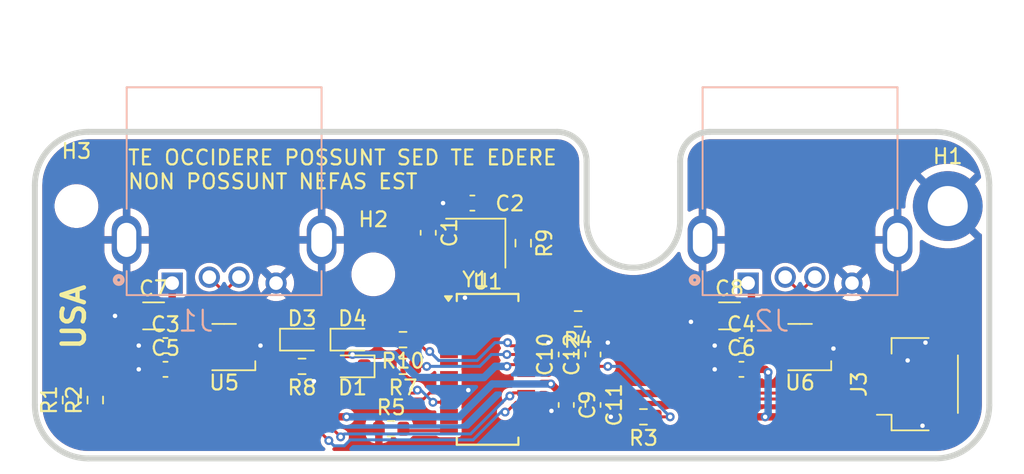
<source format=kicad_pcb>
(kicad_pcb (version 20240108) (generator "pcbnew") (generator_version "8.0")
  (layers (0 "F.Cu" signal) (31 "B.Cu" signal) (34 "B.Paste" user) (35 "F.Paste" user) (36 "B.SilkS" user "B.Silkscreen") (37 "F.SilkS" user "F.Silkscreen") (38 "B.Mask" user) (39 "F.Mask" user) (44 "Edge.Cuts" user))
  (net 0 "")
  (net 1 "XIN")
  (net 2 "GND")
  (net 3 "Net-(C2-Pad2)")
  (net 4 "+5V")
  (net 5 "+3.3V")
  (net 6 "DRV")
  (net 7 "Net-(D1-K)")
  (net 8 "Net-(D3-K)")
  (net 9 "D1-")
  (net 10 "D1+")
  (net 11 "D4-")
  (net 12 "D4+")
  (net 13 "D0+")
  (net 14 "D0-")
  (net 15 "Net-(U1-BUSJ)")
  (net 16 "Net-(U1-~{XRSTJ})")
  (net 17 "Net-(U1-~{OVCJ})")
  (net 18 "Net-(U1-REXT)")
  (net 19 "LED1")
  (net 20 "XOUT")
  (net 21 "LED2")
  (net 35 "Net-(U1-VBUSM)")
  (net 36 "Net-(D4-A)")
  (footprint "Resistor_SMD:R_0603_1608Metric" (layer "F.Cu") (at 32.9 7.5 -90)
    (property "Reference" "R9" (at 0 -1.43 90) (layer "F.SilkS"))
    (property "Value" "1k")
    (pad "1" smd roundrect (at -0.825 0 270) (size 0.8 0.95) (layers "F.Cu" "F.Paste" "F.Mask") (net 3 "Net-(C2-Pad2)"))
    (pad "2" smd roundrect (at 0.825 0 270) (size 0.8 0.95) (layers "F.Cu" "F.Paste" "F.Mask") (net 20 "XOUT"))
  )
  (footprint "Capacitor_SMD:C_0603_1608Metric" (layer "F.Cu") (at 26.5 6.8 -90)
    (property "Reference" "C1" (at 0 -1.43 90) (layer "F.SilkS"))
    (property "Value" "33p")
    (pad "1" smd roundrect (at -0.775 0 270) (size 0.9 0.95) (layers "F.Cu" "F.Paste" "F.Mask") (net 2 "GND"))
    (pad "2" smd roundrect (at 0.775 0 270) (size 0.9 0.95) (layers "F.Cu" "F.Paste" "F.Mask") (net 1 "XIN"))
  )
  (footprint "Crystal:Crystal_SMD_3225-4Pin_3.2x2.5mm" (layer "F.Cu") (at 29.7 7.5 180)
    (property "Reference" "Y1" (at 0 -2.45 180) (layer "F.SilkS"))
    (property "Value" "Crystal_GND24")
    (pad "1" smd rect (at -1.1 0.85 180) (size 1.4 1.2) (layers "F.Cu" "F.Paste" "F.Mask") (net 3 "Net-(C2-Pad2)"))
    (pad "2" smd rect (at 1.1 0.85 180) (size 1.4 1.2) (layers "F.Cu" "F.Paste" "F.Mask") (net 2 "GND"))
    (pad "3" smd rect (at 1.1 -0.85 180) (size 1.4 1.2) (layers "F.Cu" "F.Paste" "F.Mask") (net 1 "XIN"))
    (pad "4" smd rect (at -1.1 -0.85 180) (size 1.4 1.2) (layers "F.Cu" "F.Paste" "F.Mask") (net 2 "GND"))
  )
  (footprint "Resistor_SMD:R_0603_1608Metric" (layer "F.Cu") (at 36.6 12.6 180)
    (property "Reference" "R4" (at 0 -1.43 180) (layer "F.SilkS"))
    (property "Value" "10k")
    (pad "1" smd roundrect (at -0.825 0 180) (size 0.8 0.95) (layers "F.Cu" "F.Paste" "F.Mask") (net 4 "+5V"))
    (pad "2" smd roundrect (at 0.825 0 180) (size 0.8 0.95) (layers "F.Cu" "F.Paste" "F.Mask") (net 17 "Net-(U1-~{OVCJ})"))
  )
  (footprint "Resistor_SMD:R_0603_1608Metric" (layer "F.Cu") (at 24.8 15.8 180)
    (property "Reference" "R7" (at 0 -1.43 180) (layer "F.SilkS"))
    (property "Value" "510")
    (pad "1" smd roundrect (at -0.825 0 180) (size 0.8 0.95) (layers "F.Cu" "F.Paste" "F.Mask") (net 19 "LED1"))
    (pad "2" smd roundrect (at 0.825 0 180) (size 0.8 0.95) (layers "F.Cu" "F.Paste" "F.Mask") (net 7 "Net-(D1-K)"))
  )
  (footprint "Resistor_SMD:R_0603_1608Metric" (layer "F.Cu") (at 2.4 18.07 90)
    (property "Reference" "R1" (at 0 -1.43 -90) (layer "F.SilkS"))
    (property "Value" "10k")
    (pad "1" smd roundrect (at -0.825 0 90) (size 0.8 0.95) (layers "F.Cu" "F.Paste" "F.Mask") (net 35 "Net-(U1-VBUSM)"))
    (pad "2" smd roundrect (at 0.825 0 90) (size 0.8 0.95) (layers "F.Cu" "F.Paste" "F.Mask") (net 4 "+5V"))
  )
  (footprint "Package_SO:SSOP-28_3.9x9.9mm_P0.635mm" (layer "F.Cu") (at 30.5 16)
    (property "Reference" "U1" (at 0 -5.9 0) (layer "F.SilkS"))
    (property "Value" "FE1.1s-BSOP28BCN")
    (pad "1" smd rect (at -2.6 -4.1275) (size 1.2 0.4) (layers "F.Cu" "F.Paste" "F.Mask") (net 2 "GND"))
    (pad "2" smd rect (at -2.6 -3.4925) (size 1.2 0.4) (layers "F.Cu" "F.Paste" "F.Mask") (net 20 "XOUT"))
    (pad "3" smd rect (at -2.6 -2.8575) (size 1.2 0.4) (layers "F.Cu" "F.Paste" "F.Mask") (net 1 "XIN"))
    (pad "4" smd rect (at -2.6 -2.2225) (size 1.2 0.4) (layers "F.Cu" "F.Paste" "F.Mask") (net 11 "D4-"))
    (pad "5" smd rect (at -2.6 -1.5875) (size 1.2 0.4) (layers "F.Cu" "F.Paste" "F.Mask") (net 12 "D4+"))
    (pad "6" smd rect (at -2.6 -0.9525) (size 1.2 0.4) (layers "F.Cu" "F.Paste" "F.Mask"))
    (pad "7" smd rect (at -2.6 -0.3175) (size 1.2 0.4) (layers "F.Cu" "F.Paste" "F.Mask"))
    (pad "8" smd rect (at -2.6 0.3175) (size 1.2 0.4) (layers "F.Cu" "F.Paste" "F.Mask"))
    (pad "9" smd rect (at -2.6 0.9525) (size 1.2 0.4) (layers "F.Cu" "F.Paste" "F.Mask"))
    (pad "10" smd rect (at -2.6 1.5875) (size 1.2 0.4) (layers "F.Cu" "F.Paste" "F.Mask") (net 9 "D1-"))
    (pad "11" smd rect (at -2.6 2.2225) (size 1.2 0.4) (layers "F.Cu" "F.Paste" "F.Mask") (net 10 "D1+"))
    (pad "12" smd rect (at -2.6 2.8575) (size 1.2 0.4) (layers "F.Cu" "F.Paste" "F.Mask"))
    (pad "13" smd rect (at -2.6 3.4925) (size 1.2 0.4) (layers "F.Cu" "F.Paste" "F.Mask"))
    (pad "14" smd rect (at -2.6 4.1275) (size 1.2 0.4) (layers "F.Cu" "F.Paste" "F.Mask") (net 18 "Net-(U1-REXT)"))
    (pad "15" smd rect (at 2.6 4.1275) (size 1.2 0.4) (layers "F.Cu" "F.Paste" "F.Mask") (net 14 "D0-"))
    (pad "16" smd rect (at 2.6 3.4925) (size 1.2 0.4) (layers "F.Cu" "F.Paste" "F.Mask") (net 13 "D0+"))
    (pad "17" smd rect (at 2.6 2.8575) (size 1.2 0.4) (layers "F.Cu" "F.Paste" "F.Mask") (net 16 "Net-(U1-~{XRSTJ})"))
    (pad "18" smd rect (at 2.6 2.2225) (size 1.2 0.4) (layers "F.Cu" "F.Paste" "F.Mask") (net 35 "Net-(U1-VBUSM)"))
    (pad "19" smd rect (at 2.6 1.5875) (size 1.2 0.4) (layers "F.Cu" "F.Paste" "F.Mask") (net 15 "Net-(U1-BUSJ)"))
    (pad "20" smd rect (at 2.6 0.9525) (size 1.2 0.4) (layers "F.Cu" "F.Paste" "F.Mask") (net 4 "+5V"))
    (pad "21" smd rect (at 2.6 0.3175) (size 1.2 0.4) (layers "F.Cu" "F.Paste" "F.Mask") (net 5 "+3.3V"))
    (pad "22" smd rect (at 2.6 -0.3175) (size 1.2 0.4) (layers "F.Cu" "F.Paste" "F.Mask") (net 6 "DRV"))
    (pad "23" smd rect (at 2.6 -0.9525) (size 1.2 0.4) (layers "F.Cu" "F.Paste" "F.Mask") (net 19 "LED1"))
    (pad "24" smd rect (at 2.6 -1.5875) (size 1.2 0.4) (layers "F.Cu" "F.Paste" "F.Mask") (net 21 "LED2"))
    (pad "25" smd rect (at 2.6 -2.2225) (size 1.2 0.4) (layers "F.Cu" "F.Paste" "F.Mask"))
    (pad "26" smd rect (at 2.6 -2.8575) (size 1.2 0.4) (layers "F.Cu" "F.Paste" "F.Mask") (net 17 "Net-(U1-~{OVCJ})"))
    (pad "27" smd rect (at 2.6 -3.4925) (size 1.2 0.4) (layers "F.Cu" "F.Paste" "F.Mask"))
    (pad "28" smd rect (at 2.6 -4.1275) (size 1.2 0.4) (layers "F.Cu" "F.Paste" "F.Mask"))
  )
  (footprint "Capacitor_SMD:C_0603_1608Metric" (layer "F.Cu") (at 47.6 14.4)
    (property "Reference" "C4" (at 0 -1.43 0) (layer "F.SilkS"))
    (property "Value" "100n")
    (pad "1" smd roundrect (at -0.775 0) (size 0.9 0.95) (layers "F.Cu" "F.Paste" "F.Mask") (net 2 "GND"))
    (pad "2" smd roundrect (at 0.775 0) (size 0.9 0.95) (layers "F.Cu" "F.Paste" "F.Mask") (net 4 "+5V"))
  )
  (footprint "Capacitor_SMD:C_0603_1608Metric" (layer "F.Cu") (at 37.6 18.4 -90)
    (property "Reference" "C11" (at 0 -1.43 90) (layer "F.SilkS"))
    (property "Value" "100n")
    (pad "1" smd roundrect (at -0.775 0 270) (size 0.9 0.95) (layers "F.Cu" "F.Paste" "F.Mask") (net 4 "+5V"))
    (pad "2" smd roundrect (at 0.775 0 270) (size 0.9 0.95) (layers "F.Cu" "F.Paste" "F.Mask") (net 2 "GND"))
  )
  (footprint "PCM_marbastlib-various:SOT-23-6-routable" (layer "F.Cu") (at 12.75 14.5 180)
    (property "Reference" "U5" (at 0 -2.4 180) (layer "F.SilkS"))
    (property "Value" "SRV05-4")
    (pad "1" smd roundrect (at -1.175 -0.95 180) (size 1.25 0.6) (layers "F.Cu" "F.Paste" "F.Mask") (net 10 "D1+"))
    (pad "2" smd roundrect (at -1.175 0 180) (size 1.25 0.6) (layers "F.Cu" "F.Paste" "F.Mask") (net 2 "GND"))
    (pad "3" smd roundrect (at -1.175 0.95 180) (size 1.25 0.6) (layers "F.Cu" "F.Paste" "F.Mask"))
    (pad "4" smd roundrect (at 1.175 0.95 180) (size 1.25 0.6) (layers "F.Cu" "F.Paste" "F.Mask"))
    (pad "5" smd roundrect (at 1.175 0 180) (size 1.25 0.6) (layers "F.Cu" "F.Paste" "F.Mask") (net 4 "+5V"))
    (pad "6" smd roundrect (at 1.175 -0.95 180) (size 1.25 0.6) (layers "F.Cu" "F.Paste" "F.Mask") (net 9 "D1-"))
  )
  (footprint "Capacitor_SMD:C_0603_1608Metric" (layer "F.Cu") (at 47.6 16)
    (property "Reference" "C6" (at 0 -1.43 0) (layer "F.SilkS"))
    (property "Value" "10u")
    (pad "1" smd roundrect (at -0.775 0) (size 0.9 0.95) (layers "F.Cu" "F.Paste" "F.Mask") (net 2 "GND"))
    (pad "2" smd roundrect (at 0.775 0) (size 0.9 0.95) (layers "F.Cu" "F.Paste" "F.Mask") (net 4 "+5V"))
  )
  (footprint "MountingHole:MountingHole_2.7mm_M2.5" (layer "F.Cu") (at 22.8 9.6)
    (property "Reference" "H2" (at 0 -3.7 0) (layer "F.SilkS"))
    (property "Value" "MountingHole")
    (pad "" np_thru_hole circle (at 0 0) (size 2.7 2.7) (drill 2.7) (layers "*.Cu" "*.Mask"))
  )
  (footprint "MountingHole:MountingHole_2.7mm_M2.5_DIN965_Pad" (layer "F.Cu") (at 61.5 5)
    (property "Reference" "H1" (at 0 -3.35 0) (layer "F.SilkS"))
    (property "Value" "MountingHole")
    (pad "1" thru_hole circle (at 0 0) (size 4.7 4.7) (drill 2.7) (layers "*.Cu" "*.Mask") (net 2 "GND"))
  )
  (footprint "Capacitor_SMD:C_1206_3216Metric" (layer "F.Cu") (at 46.8 12.4)
    (property "Reference" "C8" (at 0 -1.85 0) (layer "F.SilkS"))
    (property "Value" "100u")
    (pad "1" smd roundrect (at -1.475 0) (size 1.15 1.8) (layers "F.Cu" "F.Paste" "F.Mask") (roundrect_rratio 0.217391) (net 2 "GND"))
    (pad "2" smd roundrect (at 1.475 0) (size 1.15 1.8) (layers "F.Cu" "F.Paste" "F.Mask") (roundrect_rratio 0.217391) (net 4 "+5V"))
  )
  (footprint "MountingHole:MountingHole_2.7mm_M2.5" (layer "F.Cu") (at 2.8 5)
    (property "Reference" "H3" (at 0 -3.7 0) (layer "F.SilkS"))
    (property "Value" "MountingHole")
    (pad "" np_thru_hole circle (at 0 0) (size 2.7 2.7) (drill 2.7) (layers "*.Cu" "*.Mask"))
  )
  (footprint "Resistor_SMD:R_0603_1608Metric" (layer "F.Cu") (at 4.07 18.07 90)
    (property "Reference" "R2" (at 0 -1.43 -90) (layer "F.SilkS"))
    (property "Value" "10k")
    (pad "1" smd roundrect (at -0.825 0 90) (size 0.8 0.95) (layers "F.Cu" "F.Paste" "F.Mask") (net 15 "Net-(U1-BUSJ)"))
    (pad "2" smd roundrect (at 0.825 0 90) (size 0.8 0.95) (layers "F.Cu" "F.Paste" "F.Mask") (net 4 "+5V"))
  )
  (footprint "Capacitor_SMD:C_0603_1608Metric" (layer "F.Cu") (at 8.8 14.4)
    (property "Reference" "C3" (at 0 -1.43 0) (layer "F.SilkS"))
    (property "Value" "100n")
    (pad "1" smd roundrect (at -0.775 0) (size 0.9 0.95) (layers "F.Cu" "F.Paste" "F.Mask") (net 2 "GND"))
    (pad "2" smd roundrect (at 0.775 0) (size 0.9 0.95) (layers "F.Cu" "F.Paste" "F.Mask") (net 4 "+5V"))
  )
  (footprint "Connector_JST:JST_SH_SM04B-SRSS-TB_1x04-1MP_P1.00mm_Horizontal" (layer "F.Cu") (at 59.5 17 90)
    (property "Reference" "J3" (at 0 -3.98 -90) (layer "F.SilkS"))
    (property "Value" "Conn_01x04")
    (pad "1" smd roundrect (at -1.5 -2 90) (size 0.6 1.55) (layers "F.Cu" "F.Paste" "F.Mask") (net 4 "+5V"))
    (pad "2" smd roundrect (at -0.5 -2 90) (size 0.6 1.55) (layers "F.Cu" "F.Paste" "F.Mask") (net 14 "D0-"))
    (pad "3" smd roundrect (at 0.5 -2 90) (size 0.6 1.55) (layers "F.Cu" "F.Paste" "F.Mask") (net 13 "D0+"))
    (pad "4" smd roundrect (at 1.5 -2 90) (size 0.6 1.55) (layers "F.Cu" "F.Paste" "F.Mask") (net 2 "GND"))
    (pad "MP" smd roundrect (at -2.8 1.875 90) (size 1.2 1.8) (layers "F.Cu" "F.Paste" "F.Mask") (roundrect_rratio 0.208333) (net 2 "GND"))
    (pad "MP" smd roundrect (at 2.8 1.875 90) (size 1.2 1.8) (layers "F.Cu" "F.Paste" "F.Mask") (roundrect_rratio 0.208333) (net 2 "GND"))
  )
  (footprint "Capacitor_SMD:C_0603_1608Metric" (layer "F.Cu") (at 35.8 15 90)
    (property "Reference" "C10" (at 0 -1.43 -90) (layer "F.SilkS"))
    (property "Value" "1u")
    (pad "1" smd roundrect (at -0.775 0 90) (size 0.9 0.95) (layers "F.Cu" "F.Paste" "F.Mask") (net 5 "+3.3V"))
    (pad "2" smd roundrect (at 0.775 0 90) (size 0.9 0.95) (layers "F.Cu" "F.Paste" "F.Mask") (net 2 "GND"))
  )
  (footprint "Capacitor_SMD:C_0603_1608Metric" (layer "F.Cu") (at 37.6 15 90)
    (property "Reference" "C12" (at 0 -1.43 -90) (layer "F.SilkS"))
    (property "Value" "100n")
    (pad "1" smd roundrect (at -0.775 0 90) (size 0.9 0.95) (layers "F.Cu" "F.Paste" "F.Mask") (net 5 "+3.3V"))
    (pad "2" smd roundrect (at 0.775 0 90) (size 0.9 0.95) (layers "F.Cu" "F.Paste" "F.Mask") (net 2 "GND"))
  )
  (footprint "Capacitor_SMD:C_0603_1608Metric" (layer "F.Cu") (at 8.8 16)
    (property "Reference" "C5" (at 0 -1.43 0) (layer "F.SilkS"))
    (property "Value" "10u")
    (pad "1" smd roundrect (at -0.775 0) (size 0.9 0.95) (layers "F.Cu" "F.Paste" "F.Mask") (net 2 "GND"))
    (pad "2" smd roundrect (at 0.775 0) (size 0.9 0.95) (layers "F.Cu" "F.Paste" "F.Mask") (net 4 "+5V"))
  )
  (footprint "Resistor_SMD:R_0603_1608Metric" (layer "F.Cu") (at 18 15.8 180)
    (property "Reference" "R8" (at 0 -1.43 180) (layer "F.SilkS"))
    (property "Value" "510")
    (pad "1" smd roundrect (at -0.825 0 180) (size 0.8 0.95) (layers "F.Cu" "F.Paste" "F.Mask") (net 2 "GND"))
    (pad "2" smd roundrect (at 0.825 0 180) (size 0.8 0.95) (layers "F.Cu" "F.Paste" "F.Mask") (net 8 "Net-(D3-K)"))
  )
  (footprint "Capacitor_SMD:C_1206_3216Metric" (layer "F.Cu") (at 8 12.4)
    (property "Reference" "C7" (at 0 -1.85 0) (layer "F.SilkS"))
    (property "Value" "100u")
    (pad "1" smd roundrect (at -1.475 0) (size 1.15 1.8) (layers "F.Cu" "F.Paste" "F.Mask") (roundrect_rratio 0.217391) (net 2 "GND"))
    (pad "2" smd roundrect (at 1.475 0) (size 1.15 1.8) (layers "F.Cu" "F.Paste" "F.Mask") (roundrect_rratio 0.217391) (net 4 "+5V"))
  )
  (footprint "Resistor_SMD:R_0603_1608Metric" (layer "F.Cu") (at 41 19.2 180)
    (property "Reference" "R3" (at 0 -1.43 180) (layer "F.SilkS"))
    (property "Value" "10k")
    (pad "1" smd roundrect (at -0.825 0 180) (size 0.8 0.95) (layers "F.Cu" "F.Paste" "F.Mask") (net 5 "+3.3V"))
    (pad "2" smd roundrect (at 0.825 0 180) (size 0.8 0.95) (layers "F.Cu" "F.Paste" "F.Mask") (net 16 "Net-(U1-~{XRSTJ})"))
  )
  (footprint "Resistor_SMD:R_0603_1608Metric" (layer "F.Cu") (at 24 20)
    (property "Reference" "R5" (at 0 -1.43 0) (layer "F.SilkS"))
    (property "Value" "2.7k")
    (pad "1" smd roundrect (at -0.825 0) (size 0.8 0.95) (layers "F.Cu" "F.Paste" "F.Mask") (net 2 "GND"))
    (pad "2" smd roundrect (at 0.825 0) (size 0.8 0.95) (layers "F.Cu" "F.Paste" "F.Mask") (net 18 "Net-(U1-REXT)"))
  )
  (footprint "LED_SMD:LED_0603_1608Metric" (layer "F.Cu") (at 21.4 15.8 180)
    (property "Reference" "D1" (at 0 -1.43 180) (layer "F.SilkS"))
    (property "Value" "LED_Small")
    (pad "1" smd roundrect (at -0.7875 0 180) (size 0.875 0.95) (layers "F.Cu" "F.Paste" "F.Mask") (net 7 "Net-(D1-K)"))
    (pad "2" smd roundrect (at 0.7875 0 180) (size 0.875 0.95) (layers "F.Cu" "F.Paste" "F.Mask") (net 6 "DRV"))
  )
  (footprint "LED_SMD:LED_0603_1608Metric" (layer "F.Cu") (at 21.4 14)
    (property "Reference" "D4" (at 0 -1.43 0) (layer "F.SilkS"))
    (property "Value" "LED_Small")
    (pad "1" smd roundrect (at -0.7875 0) (size 0.875 0.95) (layers "F.Cu" "F.Paste" "F.Mask") (net 6 "DRV"))
    (pad "2" smd roundrect (at 0.7875 0) (size 0.875 0.95) (layers "F.Cu" "F.Paste" "F.Mask") (net 36 "Net-(D4-A)"))
  )
  (footprint "Capacitor_SMD:C_0603_1608Metric" (layer "F.Cu") (at 35.8 18.4 -90)
    (property "Reference" "C9" (at 0 -1.43 90) (layer "F.SilkS"))
    (property "Value" "1u")
    (pad "1" smd roundrect (at -0.775 0 270) (size 0.9 0.95) (layers "F.Cu" "F.Paste" "F.Mask") (net 4 "+5V"))
    (pad "2" smd roundrect (at 0.775 0 270) (size 0.9 0.95) (layers "F.Cu" "F.Paste" "F.Mask") (net 2 "GND"))
  )
  (footprint "Resistor_SMD:R_0603_1608Metric" (layer "F.Cu") (at 24.8 14 180)
    (property "Reference" "R10" (at 0 -1.43 180) (layer "F.SilkS"))
    (property "Value" "510")
    (pad "1" smd roundrect (at -0.825 0 180) (size 0.8 0.95) (layers "F.Cu" "F.Paste" "F.Mask") (net 21 "LED2"))
    (pad "2" smd roundrect (at 0.825 0 180) (size 0.8 0.95) (layers "F.Cu" "F.Paste" "F.Mask") (net 36 "Net-(D4-A)"))
  )
  (footprint "Capacitor_SMD:C_0603_1608Metric" (layer "F.Cu") (at 29.475 4.8)
    (property "Reference" "C2" (at 2.525 0.03 0) (layer "F.SilkS"))
    (property "Value" "33p")
    (pad "1" smd roundrect (at -0.775 0) (size 0.9 0.95) (layers "F.Cu" "F.Paste" "F.Mask") (net 2 "GND"))
    (pad "2" smd roundrect (at 0.775 0) (size 0.9 0.95) (layers "F.Cu" "F.Paste" "F.Mask") (net 3 "Net-(C2-Pad2)"))
  )
  (footprint "LED_SMD:LED_0603_1608Metric" (layer "F.Cu") (at 18 14)
    (property "Reference" "D3" (at 0 -1.43 0) (layer "F.SilkS"))
    (property "Value" "LED_Small")
    (pad "1" smd roundrect (at -0.7875 0) (size 0.875 0.95) (layers "F.Cu" "F.Paste" "F.Mask") (net 8 "Net-(D3-K)"))
    (pad "2" smd roundrect (at 0.7875 0) (size 0.875 0.95) (layers "F.Cu" "F.Paste" "F.Mask") (net 6 "DRV"))
  )
  (footprint "PCM_marbastlib-various:SOT-23-6-routable" (layer "F.Cu") (at 51.55 14.5 180)
    (property "Reference" "U6" (at 0 -2.4 180) (layer "F.SilkS"))
    (property "Value" "SRV05-4")
    (pad "1" smd roundrect (at -1.175 -0.95 180) (size 1.25 0.6) (layers "F.Cu" "F.Paste" "F.Mask") (net 12 "D4+"))
    (pad "2" smd roundrect (at -1.175 0 180) (size 1.25 0.6) (layers "F.Cu" "F.Paste" "F.Mask") (net 2 "GND"))
    (pad "3" smd roundrect (at -1.175 0.95 180) (size 1.25 0.6) (layers "F.Cu" "F.Paste" "F.Mask"))
    (pad "4" smd roundrect (at 1.175 0.95 180) (size 1.25 0.6) (layers "F.Cu" "F.Paste" "F.Mask"))
    (pad "5" smd roundrect (at 1.175 0 180) (size 1.25 0.6) (layers "F.Cu" "F.Paste" "F.Mask") (net 4 "+5V"))
    (pad "6" smd roundrect (at 1.175 -0.95 180) (size 1.25 0.6) (layers "F.Cu" "F.Paste" "F.Mask") (net 11 "D4-"))
  )
  (footprint "mx-unsaver:TE_6364372-2" (layer "B.Cu") (at 12.75 7.28)
    (property "Reference" "J1" (at -1.90748 5.46808 0) (layer "B.SilkS") (effects (font (size 1.401811 1.401811)) (justify mirror)))
    (property "Value" "6364372-2")
    (pad "1" thru_hole rect (at -3.5 2.91) (size 1.428 1.428) (drill 0.92) (layers "*.Cu" "*.Mask") (net 4 "+5V"))
    (pad "2" thru_hole circle (at -1 2.51) (size 1.428 1.428) (drill 0.92) (layers "*.Cu" "*.Mask") (net 9 "D1-"))
    (pad "3" thru_hole circle (at 1 2.51) (size 1.428 1.428) (drill 0.92) (layers "*.Cu" "*.Mask") (net 10 "D1+"))
    (pad "4" thru_hole circle (at 3.5 2.91) (size 1.428 1.428) (drill 0.92) (layers "*.Cu" "*.Mask") (net 2 "GND"))
    (pad "5" thru_hole oval (at -6.57 0) (size 2 3.316) (drill oval 1.3 2.3) (layers "*.Cu" "*.Mask") (net 2 "GND"))
    (pad "6" thru_hole oval (at 6.57 0) (size 2 3.316) (drill oval 1.4 2.3) (layers "*.Cu" "*.Mask") (net 2 "GND"))
  )
  (footprint "mx-unsaver:TE_6364372-2" (layer "B.Cu") (at 51.55 7.28)
    (property "Reference" "J2" (at -1.90748 5.46808 0) (layer "B.SilkS") (effects (font (size 1.401811 1.401811)) (justify mirror)))
    (property "Value" "6364372-2")
    (pad "1" thru_hole rect (at -3.5 2.91) (size 1.428 1.428) (drill 0.92) (layers "*.Cu" "*.Mask") (net 4 "+5V"))
    (pad "2" thru_hole circle (at -1 2.51) (size 1.428 1.428) (drill 0.92) (layers "*.Cu" "*.Mask") (net 11 "D4-"))
    (pad "3" thru_hole circle (at 1 2.51) (size 1.428 1.428) (drill 0.92) (layers "*.Cu" "*.Mask") (net 12 "D4+"))
    (pad "4" thru_hole circle (at 3.5 2.91) (size 1.428 1.428) (drill 0.92) (layers "*.Cu" "*.Mask") (net 2 "GND"))
    (pad "5" thru_hole oval (at -6.57 0) (size 2 3.316) (drill oval 1.3 2.3) (layers "*.Cu" "*.Mask") (net 2 "GND"))
    (pad "6" thru_hole oval (at 6.57 0) (size 2 3.316) (drill oval 1.4 2.3) (layers "*.Cu" "*.Mask") (net 2 "GND"))
  )
  (gr_arc (start 0 3.600013) (mid 1.054412 1.054423) (end 3.6 0.000013) (stroke (width 0.4)) (layer "Edge.Cuts"))
  (gr_line (start 43.47 2.000013) (end 43.47 6.000004) (stroke (width 0.4)) (layer "Edge.Cuts"))
  (gr_arc (start 3.6 22.000004) (mid 1.054416 20.945588) (end 0 18.400004) (stroke (width 0.4)) (layer "Edge.Cuts"))
  (gr_arc (start 60.707589 0.000013) (mid 63.248265 1.057105) (end 64.3 3.600004) (stroke (width 0.4)) (layer "Edge.Cuts"))
  (gr_arc (start 43.47 6.000004) (mid 40.32 9.150013) (end 37.17 6.000004) (stroke (width 0.4)) (layer "Edge.Cuts"))
  (gr_arc (start 64.3 18.407593) (mid 63.242906 20.948276) (end 60.7 22.000013) (stroke (width 0.4)) (layer "Edge.Cuts"))
  (gr_arc (start 35.175656 0.000013) (mid 36.586211 0.587792) (end 37.17 2.000004) (stroke (width 0.4)) (layer "Edge.Cuts"))
  (gr_line (start 37.17 2.000004) (end 37.17 6.000004) (stroke (width 0.4)) (layer "Edge.Cuts"))
  (gr_arc (start 43.47 2.000013) (mid 44.055783 0.585794) (end 45.47 0.000013) (stroke (width 0.4)) (layer "Edge.Cuts"))
  (gr_line (start 3.6 22.000013) (end 3.6 22.000004) (stroke (width 0.4)) (layer "Edge.Cuts"))
  (gr_line (start 0 18.400004) (end 0 3.600013) (stroke (width 0.4)) (layer "Edge.Cuts"))
  (gr_line (start 64.3 18.407593) (end 64.3 3.600004) (stroke (width 0.4)) (layer "Edge.Cuts"))
  (gr_line (start 35.175656 0.000013) (end 3.6 0.000013) (stroke (width 0.4)) (layer "Edge.Cuts"))
  (gr_line (start 60.707589 0.000013) (end 45.47 0.000013) (stroke (width 0.4)) (layer "Edge.Cuts"))
  (gr_line (start 60.7 22.000013) (end 3.6 22.000013) (stroke (width 0.4)) (layer "Edge.Cuts"))
  (gr_text "USA" (at 3.5 14.82 90) (layer "F.SilkS") (effects (font (size 1.5 1.5) (thickness 0.3) (bold yes)) (justify left bottom)))
  (gr_text "TE OCCIDERE POSSUNT SED TE EDERE\nNON POSSUNT NEFAS EST" (at 6.19 3.93 0) (layer "F.SilkS") (effects (font (size 1 1)) (justify left bottom)))
  (gr_text "" (at 32.15 -4.738987 180) (layer "Edge.Cuts") (effects (font (size 3.048 2.7432) (thickness 0.381)) (justify top)))
  (segment (start 27.9 13.1425) (end 27.135 13.1425) (width 0.2) (layer "F.Cu") (net 1))
  (segment (start 27.1 13.1425) (end 27 13.0425) (width 0.2) (layer "F.Cu") (net 1))
  (segment (start 26.5 7.575) (end 27.825 7.575) (width 0.2) (layer "F.Cu") (net 1))
  (segment (start 27.825 7.575) (end 28.6 8.35) (width 0.2) (layer "F.Cu") (net 1))
  (segment (start 27 9.95) (end 28.6 8.35) (width 0.2) (layer "F.Cu") (net 1))
  (segment (start 27 13.0075) (end 27 9.95) (width 0.2) (layer "F.Cu") (net 1))
  (segment (start 27.135 13.1425) (end 27 13.0075) (width 0.2) (layer "F.Cu") (net 1))
  (segment (start 27.9 13.1425) (end 27.1 13.1425) (width 0.2) (layer "F.Cu") (net 1))
  (segment (start 38.775 19.175) (end 38.8 19.2) (width 0.5) (layer "F.Cu") (net 2))
  (segment (start 37.6 14.225) (end 38.575 14.225) (width 0.5) (layer "F.Cu") (net 2))
  (segment (start 6.525 12.4) (end 5.4 12.4) (width 0.5) (layer "F.Cu") (net 2))
  (segment (start 29 6.65) (end 28.6 6.65) (width 0.3) (layer "F.Cu") (net 2))
  (segment (start 61.375 14.2) (end 60 14.2) (width 0.5) (layer "F.Cu") (net 2))
  (segment (start 30.8 8.35) (end 30.8 9.4) (width 0.3) (layer "F.Cu") (net 2))
  (segment (start 37.6 14.225) (end 35.8 14.225) (width 0.5) (layer "F.Cu") (net 2))
  (segment (start 45.325 12.8) (end 44.2 12.8) (width 0.5) (layer "F.Cu") (net 2))
  (segment (start 8.025 16) (end 7 16) (width 0.5) (layer "F.Cu") (net 2))
  (segment (start 35.175 19.175) (end 34.8 18.8) (width 0.5) (layer "F.Cu") (net 2))
  (segment (start 37.6 19.175) (end 38.775 19.175) (width 0.5) (layer "F.Cu") (net 2))
  (segment (start 27.9 11.8725) (end 28.27897 11.8725) (width 0.3) (layer "F.Cu") (net 2))
  (segment (start 35.8 14.225) (end 34.625 14.225) (width 0.5) (layer "F.Cu") (net 2))
  (segment (start 28.6 4.7) (end 28.7 4.6) (width 0.5) (layer "F.Cu") (net 2))
  (segment (start 13.925 14.5) (end 15.1 14.5) (width 0.5) (layer "F.Cu") (net 2))
  (segment (start 61.375 19.8) (end 59.8 19.8) (width 0.5) (layer "F.Cu") (net 2))
  (segment (start 35.8 14.225) (end 35.571361 14.225) (width 0.5) (layer "F.Cu") (net 2))
  (segment (start 46.825 16) (end 45.8 16) (width 0.5) (layer "F.Cu") (net 2))
  (segment (start 38.575 14.225) (end 38.6 14.2) (width 0.5) (layer "F.Cu") (net 2))
  (segment (start 26.5 5.8) (end 27.5 4.8) (width 0.5) (layer "F.Cu") (net 2))
  (segment (start 57.5 15.5) (end 58.7 15.5) (width 0.5) (layer "F.Cu") (net 2))
  (segment (start 30.8 8.35) (end 30.7 8.35) (width 0.3) (layer "F.Cu") (net 2))
  (segment (start 18.825 16.775) (end 18.8 16.8) (width 0.5) (layer "F.Cu") (net 2))
  (segment (start 30.8 8.35) (end 30.8 9.35147) (width 0.3) (layer "F.Cu") (net 2))
  (segment (start 37.6 19.175) (end 35.175 19.175) (width 0.5) (layer "F.Cu") (net 2))
  (segment (start 58.7 15.5) (end 58.8 15.4) (width 0.5) (layer "F.Cu") (net 2))
  (segment (start 15.1 14.5) (end 15.2 14.4) (width 0.5) (layer "F.Cu") (net 2))
  (segment (start 34.625 14.225) (end 34.6 14.2) (width 0.5) (layer "F.Cu") (net 2))
  (segment (start 28.27897 11.8725) (end 28.975735 11.175735) (width 0.3) (layer "F.Cu") (net 2))
  (segment (start 26.5 6.025) (end 26.5 5.8) (width 0.5) (layer "F.Cu") (net 2))
  (segment (start 28.7 4.8) (end 27.5 4.8) (width 0.5) (layer "F.Cu") (net 2))
  (segment (start 8.025 14.4) (end 7 14.4) (width 0.5) (layer "F.Cu") (net 2))
  (segment (start 30.7 8.35) (end 29 6.65) (width 0.3) (layer "F.Cu") (net 2))
  (segment (start 53.7 14.5) (end 53.8 14.6) (width 0.5) (layer "F.Cu") (net 2))
  (segment (start 18.825 15.8) (end 18.825 16.775) (width 0.5) (layer "F.Cu") (net 2))
  (segment (start 28.3275 11.8725) (end 27.9 11.8725) (width 0.3) (layer "F.Cu") (net 2))
  (segment (start 28.6 6.65) (end 28.6 4.7) (width 0.5) (layer "F.Cu") (net 2))
  (segment (start 52.725 14.5) (end 53.7 14.5) (width 0.5) (layer "F.Cu") (net 2))
  (segment (start 46.825 14.4) (end 45.8 14.4) (width 0.5) (layer "F.Cu") (net 2))
  (segment (start 30.8 9.4) (end 28.3275 11.8725) (width 0.3) (layer "F.Cu") (net 2))
  (segment (start 37.6 14.225) (end 37.825 14.225) (width 0.5) (layer "F.Cu") (net 2))
  (via (at 28.975735 11.175735) (size 0.6) (drill 0.3) (layers "F.Cu" "B.Cu") (net 2))
  (via (at 38.6 14.2) (size 0.6) (drill 0.3) (layers "F.Cu" "B.Cu") (net 2))
  (via (at 29.2 17.4) (size 0.6) (drill 0.3) (layers "F.Cu" "B.Cu") (net 2))
  (via (at 45.8 14.4) (size 0.6) (drill 0.3) (layers "F.Cu" "B.Cu") (net 2))
  (via (at 59.8 19.8) (size 0.6) (drill 0.3) (layers "F.Cu" "B.Cu") (net 2))
  (via (at 58.8 15.4) (size 0.6) (drill 0.3) (layers "F.Cu" "B.Cu") (net 2))
  (via (at 34.8 18.8) (size 0.6) (drill 0.3) (layers "F.Cu" "B.Cu") (net 2))
  (via (at 5.4 12.4) (size 0.6) (drill 0.3) (layers "F.Cu" "B.Cu") (net 2))
  (via (at 15.2 14.4) (size 0.6) (drill 0.3) (layers "F.Cu" "B.Cu") (net 2))
  (via (at 60 14.2) (size 0.6) (drill 0.3) (layers "F.Cu" "B.Cu") (net 2))
  (via (at 38.8 19.2) (size 0.6) (drill 0.3) (layers "F.Cu" "B.Cu") (net 2))
  (via (at 44.2 12.8) (size 0.6) (drill 0.3) (layers "F.Cu" "B.Cu") (net 2))
  (via (at 45.8 16) (size 0.6) (drill 0.3) (layers "F.Cu" "B.Cu") (net 2))
  (via (at 7 16) (size 0.6) (drill 0.3) (layers "F.Cu" "B.Cu") (net 2))
  (via (at 27.5 4.8) (size 0.6) (drill 0.3) (layers "F.Cu" "B.Cu") (net 2))
  (via (at 18.8 16.8) (size 0.6) (drill 0.3) (layers "F.Cu" "B.Cu") (net 2))
  (via (at 34.6 14.2) (size 0.6) (drill 0.3) (layers "F.Cu" "B.Cu") (net 2))
  (via (at 53.8 14.6) (size 0.6) (drill 0.3) (layers "F.Cu" "B.Cu") (net 2))
  (via (at 7 14.4) (size 0.6) (drill 0.3) (layers "F.Cu" "B.Cu") (net 2))
  (segment (start 30.25 5.95) (end 30.25 4.6) (width 0.2) (layer "F.Cu") (net 3))
  (segment (start 30.8 6.65) (end 30.8 6.5) (width 0.2) (layer "F.Cu") (net 3))
  (segment (start 32.9 6.675) (end 30.825 6.675) (width 0.2) (layer "F.Cu") (net 3))
  (segment (start 30.825 6.675) (end 30.8 6.65) (width 0.2) (layer "F.Cu") (net 3))
  (segment (start 30.8 6.5) (end 30.25 5.95) (width 0.2) (layer "F.Cu") (net 3))
  (segment (start 9.675 14.5) (end 9.575 14.4) (width 0.5) (layer "F.Cu") (net 4))
  (segment (start 50.375 14.5) (end 48.475 14.5) (width 0.5) (layer "F.Cu") (net 4))
  (segment (start 9.575 17.6) (end 8.975 18.2) (width 0.5) (layer "F.Cu") (net 4))
  (segment (start 34.7525 16.978164) (end 34.759648 16.985312) (width 0.5) (layer "F.Cu") (net 4))
  (segment (start 57.5 18.5) (end 58.9 18.5) (width 0.5) (layer "F.Cu") (net 4))
  (segment (start 51.4 19.2) (end 49.2 19.2) (width 0.5) (layer "F.Cu") (net 4))
  (segment (start 56.2 14.4) (end 51.4 19.2) (width 0.5) (layer "F.Cu") (net 4))
  (segment (start 58.860661 14.4) (end 56.2 14.4) (width 0.5) (layer "F.Cu") (net 4))
  (segment (start 11.575 14.5) (end 9.675 14.5) (width 0.5) (layer "F.Cu") (net 4))
  (segment (start 9.575 16) (end 9.575 17.6) (width 0.5) (layer "F.Cu") (net 4))
  (segment (start 4.07 17.245) (end 2.27 17.245) (width 0.5) (layer "F.Cu") (net 4))
  (segment (start 39 17.625) (end 37.6 17.625) (width 0.5) (layer "F.Cu") (net 4))
  (segment (start 44 18.4) (end 38.2 12.6) (width 0.5) (layer "F.Cu") (net 4))
  (segment (start 48.475 14.5) (end 48.375 14.4) (width 0.5) (layer "F.Cu") (net 4))
  (segment (start 48.275 12.8) (end 48.275 10.215) (width 0.5) (layer "F.Cu") (net 4))
  (segment (start 39 17.625) (end 35.8 17.625) (width 0.5) (layer "F.Cu") (net 4))
  (segment (start 44.8 19.2) (end 44 18.4) (width 0.5) (layer "F.Cu") (net 4))
  (segment (start 9.25 9.99) (end 9.25 12.625) (width 0.5) (layer "F.Cu") (net 4))
  (segment (start 5.445 17.245) (end 4.07 17.245) (width 0.5) (layer "F.Cu") (net 4))
  (segment (start 34.7525 16.9525) (end 34.15 16.9525) (width 0.5) (layer "F.Cu") (net 4))
  (segment (start 48.375 16) (end 49.2 16) (width 0.5) (layer "F.Cu") (net 4))
  (segment (start 48.375 14.4) (end 48.375 12.5) (width 0.5) (layer "F.Cu") (net 4))
  (segment (start 59.6 17.8) (end 59.6 15.139339) (width 0.5) (layer "F.Cu") (net 4))
  (segment (start 9.575 14.4) (end 9.575 12.5) (width 0.5) (layer "F.Cu") (net 4))
  (segment (start 59.6 15.139339) (end 58.860661 14.4) (width 0.5) (layer "F.Cu") (net 4))
  (segment (start 9.575 17.6) (end 11.175 19.2) (width 0.5) (layer "F.Cu") (net 4))
  (segment (start 48.375 14.4) (end 48.375 16) (width 0.5) (layer "F.Cu") (net 4))
  (segment (start 49.2 16) (end 49.4 16.2) (width 0.5) (layer "F.Cu") (net 4))
  (segment (start 49.2 19.2) (end 44.8 19.2) (width 0.5) (layer "F.Cu") (net 4))
  (segment (start 21 19.2) (end 11.175 19.2) (width 0.5) (layer "F.Cu") (net 4))
  (segment (start 8.975 18.2) (end 6.4 18.2) (width 0.5) (layer "F.Cu") (net 4))
  (segment (start 43.225 17.625) (end 39 17.625) (width 0.5) (layer "F.Cu") (net 4))
  (segment (start 48.375 12.5) (end 48.275 12.4) (width 0.5) (layer "F.Cu") (net 4))
  (segment (start 9.575 12.5) (end 9.475 12.4) (width 0.5) (layer "F.Cu") (net 4))
  (segment (start 48.275 10.215) (end 48.05 9.99) (width 0.5) (layer "F.Cu") (net 4))
  (segment (start 44 18.4) (end 43.225 17.625) (width 0.5) (layer "F.Cu") (net 4))
  (segment (start 9.575 14.4) (end 9.575 16) (width 0.5) (layer "F.Cu") (net 4))
  (segment (start 37.975 12.6) (end 37.425 12.6) (width 0.5) (layer "F.Cu") (net 4))
  (segment (start 35.425 17.625) (end 34.7525 16.9525) (width 0.5) (layer "F.Cu") (net 4))
  (segment (start 6.4 18.2) (end 5.445 17.245) (width 0.5) (layer "F.Cu") (net 4))
  (segment (start 58.9 18.5) (end 59.6 17.8) (width 0.5) (layer "F.Cu") (net 4))
  (segment (start 38.2 12.6) (end 37.975 12.6) (width 0.5) (layer "F.Cu") (net 4))
  (segment (start 33.1 16.9525) (end 34.15 16.9525) (width 0.3) (layer "F.Cu") (net 4))
  (segment (start 37.6 17.625) (end 37.825 17.625) (width 0.3) (layer "F.Cu") (net 4))
  (segment (start 35.8 17.625) (end 35.425 17.625) (width 0.5) (layer "F.Cu") (net 4))
  (segment (start 34.7525 16.9525) (end 34.7525 16.978164) (width 0.5) (layer "F.Cu") (net 4))
  (via (at 49.2 19.2) (size 0.6) (drill 0.3) (layers "F.Cu" "B.Cu") (net 4))
  (via (at 21 19.2) (size 0.6) (drill 0.3) (layers "F.Cu" "B.Cu") (net 4))
  (via (at 49.4 16.2) (size 0.6) (drill 0.3) (layers "F.Cu" "B.Cu") (net 4))
  (via (at 34.759648 16.985312) (size 0.6) (drill 0.3) (layers "F.Cu" "B.Cu") (net 4))
  (segment (start 28.6 19.2) (end 21 19.2) (width 0.5) (layer "B.Cu") (net 4))
  (segment (start 30.814688 16.985312) (end 28.6 19.2) (width 0.5) (layer "B.Cu") (net 4))
  (segment (start 49.4 16.2) (end 49.4 19) (width 0.5) (layer "B.Cu") (net 4))
  (segment (start 34.759648 16.985312) (end 30.814688 16.985312) (width 0.5) (layer "B.Cu") (net 4))
  (segment (start 49.4 19) (end 49.2 19.2) (width 0.5) (layer "B.Cu") (net 4))
  (segment (start 35.8 15.775) (end 35.0775 15.775) (width 0.5) (layer "F.Cu") (net 5))
  (segment (start 37.625 15.8) (end 37.6 15.775) (width 0.2) (layer "F.Cu") (net 5))
  (segment (start 33.1 16.3175) (end 34.135 16.3175) (width 0.3) (layer "F.Cu") (net 5))
  (segment (start 35.0775 15.775) (end 34.6 16.2525) (width 0.5) (layer "F.Cu") (net 5))
  (segment (start 41.825 19.2) (end 42.8 19.2) (width 0.2) (layer "F.Cu") (net 5))
  (segment (start 35.8 15.775) (end 37.6 15.775) (width 0.5) (layer "F.Cu") (net 5))
  (segment (start 34.135 16.3175) (end 34.2 16.2525) (width 0.3) (layer "F.Cu") (net 5))
  (segment (start 34.6 16.2525) (end 34.135 16.2525) (width 0.5) (layer "F.Cu") (net 5))
  (segment (start 38.6 15.8) (end 37.625 15.8) (width 0.2) (layer "F.Cu") (net 5))
  (via (at 38.6 15.8) (size 0.6) (drill 0.3) (layers "F.Cu" "B.Cu") (net 5))
  (via (at 42.8 19.2) (size 0.6) (drill 0.3) (layers "F.Cu" "B.Cu") (net 5))
  (segment (start 39.2 15.8) (end 38.6 15.8) (width 0.2) (layer "B.Cu") (net 5))
  (segment (start 42.8 19.2) (end 39.4 15.8) (width 0.2) (layer "B.Cu") (net 5))
  (segment (start 39.4 15.8) (end 39.2 15.8) (width 0.2) (layer "B.Cu") (net 5))
  (segment (start 20.6125 14) (end 20.6125 15) (width 0.5) (layer "F.Cu") (net 6))
  (segment (start 20.6125 15) (end 20.6125 15.8) (width 0.5) (layer "F.Cu") (net 6))
  (segment (start 31.9175 15.6825) (end 31.8 15.8) (width 0.2) (layer "F.Cu") (net 6))
  (segment (start 33.1 15.6825) (end 31.9175 15.6825) (width 0.2) (layer "F.Cu") (net 6))
  (segment (start 18.7875 14) (end 20.6125 14) (width 0.5) (layer "F.Cu") (net 6))
  (segment (start 20.6125 15) (end 21.4 15) (width 0.5) (layer "F.Cu") (net 6))
  (via (at 31.8 15.8) (size 0.6) (drill 0.3) (layers "F.Cu" "B.Cu") (net 6))
  (via (at 21.4 15) (size 0.6) (drill 0.3) (layers "F.Cu" "B.Cu") (net 6))
  (segment (start 30.26005 16.55) (end 31.01005 15.8) (width 0.5) (layer "B.Cu") (net 6))
  (segment (start 31.01005 15.8) (end 31.8 15.8) (width 0.5) (layer "B.Cu") (net 6))
  (segment (start 29.4 16.55) (end 30.26005 16.55) (width 0.5) (layer "B.Cu") (net 6))
  (segment (start 24.2 15) (end 25.2 16) (width 0.5) (layer "B.Cu") (net 6))
  (segment (start 25.75 16.55) (end 29.4 16.55) (width 0.5) (layer "B.Cu") (net 6))
  (segment (start 25.2 16) (end 25.75 16.55) (width 0.5) (layer "B.Cu") (net 6))
  (segment (start 21.4 15) (end 24.2 15) (width 0.5) (layer "B.Cu") (net 6))
  (segment (start 29.4 16.55) (end 30.15 16.55) (width 0.5) (layer "B.Cu") (net 6))
  (segment (start 22.1875 15.8) (end 23.975 15.8) (width 0.5) (layer "F.Cu") (net 7))
  (segment (start 17.175 14.0375) (end 17.2125 14) (width 0.5) (layer "F.Cu") (net 8))
  (segment (start 17.175 15.8) (end 17.175 14.0375) (width 0.5) (layer "F.Cu") (net 8))
  (segment (start 26.6 17.5875) (end 27.9 17.5875) (width 0.2) (layer "F.Cu") (net 9))
  (segment (start 12.5 16.1) (end 14.4 18) (width 0.2) (layer "F.Cu") (net 9))
  (segment (start 12.5 15.149999) (end 12.5 10.54) (width 0.2) (layer "F.Cu") (net 9))
  (segment (start 11.575 15.45) (end 12.199999 15.45) (width 0.2) (layer "F.Cu") (net 9))
  (segment (start 12.199999 15.45) (end 12.5 15.149999) (width 0.2) (layer "F.Cu") (net 9))
  (segment (start 26.1875 18) (end 26.6 17.5875) (width 0.2) (layer "F.Cu") (net 9))
  (segment (start 12.5 15.149999) (end 12.5 16.1) (width 0.2) (layer "F.Cu") (net 9))
  (segment (start 14.4 18) (end 26.1875 18) (width 0.2) (layer "F.Cu") (net 9))
  (segment (start 12.5 10.54) (end 11.75 9.79) (width 0.2) (layer "F.Cu") (net 9))
  (segment (start 12.9 15.1) (end 13.25 15.45) (width 0.2) (layer "F.Cu") (net 10))
  (segment (start 14.082843 17.117157) (end 14.565686 17.6) (width 0.2) (layer "F.Cu") (net 10))
  (segment (start 12.9 15.1) (end 12.9 10.64) (width 0.2) (layer "F.Cu") (net 10))
  (segment (start 12.9 10.64) (end 13.75 9.79) (width 0.2) (layer "F.Cu") (net 10))
  (segment (start 27.895515 18.218015) (end 27.9 18.2225) (width 0.2) (layer "F.Cu") (net 10))
  (segment (start 12.9 15.1) (end 12.9 15.934314) (width 0.2) (layer "F.Cu") (net 10))
  (segment (start 19 17.6) (end 25.569485 17.6) (width 0.2) (layer "F.Cu") (net 10))
  (segment (start 25.569485 17.6) (end 25.769485 17.4) (width 0.2) (layer "F.Cu") (net 10))
  (segment (start 26.818015 18.218015) (end 27.895515 18.218015) (width 0.2) (layer "F.Cu") (net 10))
  (segment (start 14.565686 17.6) (end 19 17.6) (width 0.2) (layer "F.Cu") (net 10))
  (segment (start 13.25 15.45) (end 13.925 15.45) (width 0.2) (layer "F.Cu") (net 10))
  (segment (start 12.9 15.934314) (end 14.082843 17.117157) (width 0.2) (layer "F.Cu") (net 10))
  (via (at 26.818015 18.218015) (size 0.6) (drill 0.3) (layers "F.Cu" "B.Cu") (net 10))
  (via (at 25.769485 17.4) (size 0.6) (drill 0.3) (layers "F.Cu" "B.Cu") (net 10))
  (segment (start 26 17.4) (end 26.818015 18.218015) (width 0.2) (layer "B.Cu") (net 10))
  (segment (start 25.769485 17.4) (end 26 17.4) (width 0.2) (layer "B.Cu") (net 10))
  (segment (start 51.3 10.54) (end 50.55 9.79) (width 0.2) (layer "F.Cu") (net 11))
  (segment (start 38.237279 10.071593) (end 45.765686 17.6) (width 0.2) (layer "F.Cu") (net 11))
  (segment (start 51.3 14.4) (end 51.3 14.2) (width 0.2) (layer "F.Cu") (net 11))
  (segment (start 27.9 13.7775) (end 28.6 13.7775) (width 0.2) (layer "F.Cu") (net 11))
  (segment (start 51.3 16.9) (end 51.3 14.2) (width 0.2) (layer "F.Cu") (net 11))
  (segment (start 28.6 13.7775) (end 32.305907 10.071593) (width 0.2) (layer "F.Cu") (net 11))
  (segment (start 51.3 14.2) (end 51.3 10.54) (width 0.2) (layer "F.Cu") (net 11))
  (segment (start 51.3 14.840552) (end 51.3 14.4) (width 0.2) (layer "F.Cu") (net 11))
  (segment (start 50.6 17.6) (end 51.3 16.9) (width 0.2) (layer "F.Cu") (net 11))
  (segment (start 32.305907 10.071593) (end 38.237279 10.071593) (width 0.2) (layer "F.Cu") (net 11))
  (segment (start 50.690552 15.45) (end 51.3 14.840552) (width 0.2) (layer "F.Cu") (net 11))
  (segment (start 50.375 15.45) (end 50.690552 15.45) (width 0.2) (layer "F.Cu") (net 11))
  (segment (start 45.765686 17.6) (end 50.6 17.6) (width 0.2) (layer "F.Cu") (net 11))
  (segment (start 51.7 10.64) (end 52.55 9.79) (width 0.2) (layer "F.Cu") (net 12))
  (segment (start 45.6 18) (end 50.765686 18) (width 0.2) (layer "F.Cu") (net 12))
  (segment (start 38.071593 10.471593) (end 45.6 18) (width 0.2) (layer "F.Cu") (net 12))
  (segment (start 52.725 15.45) (end 52.100001 15.45) (width 0.2) (layer "F.Cu") (net 12))
  (segment (start 27.9 14.4125) (end 28.530686 14.4125) (width 0.2) (layer "F.Cu") (net 12))
  (segment (start 52.100001 15.45) (end 51.7 15.049999) (width 0.2) (layer "F.Cu") (net 12))
  (segment (start 51.7 15.049999) (end 51.7 10.64) (width 0.2) (layer "F.Cu") (net 12))
  (segment (start 51.7 17.065686) (end 51.7 15.049999) (width 0.2) (layer "F.Cu") (net 12))
  (segment (start 28.530686 14.4125) (end 32.471593 10.471593) (width 0.2) (layer "F.Cu") (net 12))
  (segment (start 32.471593 10.471593) (end 38.071593 10.471593) (width 0.2) (layer "F.Cu") (net 12))
  (segment (start 50.765686 18) (end 51.7 17.065686) (width 0.2) (layer "F.Cu") (net 12))
  (segment (start 33.1 19.4925) (end 34.058186 19.4925) (width 0.2) (layer "F.Cu") (net 13))
  (segment (start 57.4 16.6) (end 57.5 16.5) (width 0.2) (layer "F.Cu") (net 13))
  (segment (start 55 17.834314) (end 56.234314 16.6) (width 0.2) (layer "F.Cu") (net 13))
  (segment (start 34.058186 19.4925) (end 34.965686 20.4) (width 0.2) (layer "F.Cu") (net 13))
  (segment (start 56.234314 16.6) (end 57.4 16.6) (width 0.2) (layer "F.Cu") (net 13))
  (segment (start 34.965686 20.4) (end 53.4 20.4) (width 0.2) (layer "F.Cu") (net 13))
  (segment (start 55 18.8) (end 55 17.834314) (width 0.2) (layer "F.Cu") (net 13))
  (segment (start 53.4 20.4) (end 55 18.8) (width 0.2) (layer "F.Cu") (net 13))
  (segment (start 34.1275 20.1275) (end 34.8 20.8) (width 0.2) (layer "F.Cu") (net 14))
  (segment (start 55.4 18) (end 56 17.4) (width 0.2) (layer "F.Cu") (net 14))
  (segment (start 56 17.4) (end 57.4 17.4) (width 0.2) (layer "F.Cu") (net 14))
  (segment (start 57.4 17.4) (end 57.5 17.5) (width 0.2) (layer "F.Cu") (net 14))
  (segment (start 34.8 20.8) (end 53.6 20.8) (width 0.2) (layer "F.Cu") (net 14))
  (segment (start 53.6 20.8) (end 55.4 19) (width 0.2) (layer "F.Cu") (net 14))
  (segment (start 55.4 19) (end 55.4 18) (width 0.2) (layer "F.Cu") (net 14))
  (segment (start 33.1 20.1275) (end 34.1275 20.1275) (width 0.2) (layer "F.Cu") (net 14))
  (segment (start 32 17.8) (end 32.2125 17.5875) (width 0.2) (layer "F.Cu") (net 15))
  (segment (start 4.925 19.75) (end 4.07 18.895) (width 0.2) (layer "F.Cu") (net 15))
  (segment (start 32.2125 17.5875) (end 33.1 17.5875) (width 0.2) (layer "F.Cu") (net 15))
  (segment (start 19.8 19.75) (end 4.925 19.75) (width 0.2) (layer "F.Cu") (net 15))
  (segment (start 20.6 20.55) (end 19.8 19.75) (width 0.2) (layer "F.Cu") (net 15))
  (via (at 20.6 20.55) (size 0.6) (drill 0.3) (layers "F.Cu" "B.Cu") (net 15))
  (via (at 32 17.8) (size 0.6) (drill 0.3) (layers "F.Cu" "B.Cu") (net 15))
  (segment (start 31.909191 17.8) (end 32 17.8) (width 0.2) (layer "B.Cu") (net 15))
  (segment (start 20.6 20.55) (end 20.65 20.55) (width 0.2) (layer "B.Cu") (net 15))
  (segment (start 20.85 20.35) (end 29.359191 20.35) (width 0.2) (layer "B.Cu") (net 15))
  (segment (start 20.65 20.55) (end 20.85 20.35) (width 0.2) (layer "B.Cu") (net 15))
  (segment (start 29.359191 20.35) (end 31.909191 17.8) (width 0.2) (layer "B.Cu") (net 15))
  (segment (start 34.008971 18.8575) (end 34.551471 19.4) (width 0.2) (layer "F.Cu") (net 16))
  (segment (start 35.131372 20) (end 38.8 20) (width 0.2) (layer "F.Cu") (net 16))
  (segment (start 38.8 20) (end 39.375 20) (width 0.2) (layer "F.Cu") (net 16))
  (segment (start 34.551471 19.4) (end 34.551471 19.420099) (width 0.2) (layer "F.Cu") (net 16))
  (segment (start 39.375 20) (end 40.175 19.2) (width 0.2) (layer "F.Cu") (net 16))
  (segment (start 33.1 18.8575) (end 34.008971 18.8575) (width 0.2) (layer "F.Cu") (net 16))
  (segment (start 34.551471 19.420099) (end 35.131372 20) (width 0.2) (layer "F.Cu") (net 16))
  (segment (start 35.2325 13.1425) (end 35.775 12.6) (width 0.2) (layer "F.Cu") (net 17))
  (segment (start 33.1 13.1425) (end 35.2325 13.1425) (width 0.2) (layer "F.Cu") (net 17))
  (segment (start 27.9 20.1275) (end 24.9525 20.1275) (width 0.2) (layer "F.Cu") (net 18))
  (segment (start 24.9525 20.1275) (end 24.825 20) (width 0.2) (layer "F.Cu") (net 18))
  (segment (start 33.0525 15) (end 33.1 15.0475) (width 0.2) (layer "F.Cu") (net 19))
  (segment (start 25.625 15.8) (end 26.4 15.8) (width 0.2) (layer "F.Cu") (net 19))
  (segment (start 31.8 15) (end 33.0525 15) (width 0.2) (layer "F.Cu") (net 19))
  (via (at 26.4 15.8) (size 0.6) (drill 0.3) (layers "F.Cu" "B.Cu") (net 19))
  (via (at 31.8 15) (size 0.6) (drill 0.3) (layers "F.Cu" "B.Cu") (net 19))
  (segment (start 26.4 15.8) (end 29.965686 15.8) (width 0.2) (layer "B.Cu") (net 19))
  (segment (start 29.965686 15.8) (end 30.765686 15) (width 0.2) (layer "B.Cu") (net 19))
  (segment (start 30.765686 15) (end 31.8 15) (width 0.2) (layer "B.Cu") (net 19))
  (segment (start 28.4925 12.5075) (end 32.675 8.325) (width 0.2) (layer "F.Cu") (net 20))
  (segment (start 27.9 12.5075) (end 28.4925 12.5075) (width 0.2) (layer "F.Cu") (net 20))
  (segment (start 32.675 8.325) (end 32.9 8.325) (width 0.2) (layer "F.Cu") (net 20))
  (segment (start 32.058248 14.4125) (end 31.847139 14.201391) (width 0.2) (layer "F.Cu") (net 21))
  (segment (start 33.1 14.4125) (end 32.058248 14.4125) (width 0.2) (layer "F.Cu") (net 21))
  (segment (start 26.6 14.8) (end 26.425 14.8) (width 0.2) (layer "F.Cu") (net 21))
  (segment (start 26.425 14.8) (end 25.625 14) (width 0.2) (layer "F.Cu") (net 21))
  (via (at 26.6 14.8) (size 0.6) (drill 0.3) (layers "F.Cu" "B.Cu") (net 21))
  (via (at 31.847139 14.201391) (size 0.6) (drill 0.3) (layers "F.Cu" "B.Cu") (net 21))
  (segment (start 26.6 14.8) (end 27.2 15.4) (width 0.2) (layer "B.Cu") (net 21))
  (segment (start 29.8 15.4) (end 30.998609 14.201391) (width 0.2) (layer "B.Cu") (net 21))
  (segment (start 27.2 15.4) (end 29.8 15.4) (width 0.2) (layer "B.Cu") (net 21))
  (segment (start 30.998609 14.201391) (end 31.847139 14.201391) (width 0.2) (layer "B.Cu") (net 21))
  (segment (start 19.602761 20.6) (end 19.802761 20.8) (width 0.2) (layer "F.Cu") (net 35))
  (segment (start 31.769669 18.87886) (end 31.678861 18.87886) (width 0.2) (layer "F.Cu") (net 35))
  (segment (start 33.1 18.2225) (end 32.426029 18.2225) (width 0.2) (layer "F.Cu") (net 35))
  (segment (start 19.802761 20.8) (end 19.152761 20.15) (width 0.2) (layer "F.Cu") (net 35))
  (segment (start 19.152761 20.15) (end 3.655 20.15) (width 0.2) (layer "F.Cu") (net 35))
  (segment (start 3.655 20.15) (end 2.4 18.895) (width 0.2) (layer "F.Cu") (net 35))
  (segment (start 32.426029 18.2225) (end 31.769669 18.87886) (width 0.2) (layer "F.Cu") (net 35))
  (via (at 31.678861 18.87886) (size 0.6) (drill 0.3) (layers "F.Cu" "B.Cu") (net 35))
  (via (at 19.802761 20.8) (size 0.6) (drill 0.3) (layers "F.Cu" "B.Cu") (net 35))
  (segment (start 29.524877 20.75) (end 31.537439 18.737438) (width 0.2) (layer "B.Cu") (net 35))
  (segment (start 19.802761 20.8) (end 20.152761 21.15) (width 0.2) (layer "B.Cu") (net 35))
  (segment (start 20.152761 21.15) (end 20.85 21.15) (width 0.2) (layer "B.Cu") (net 35))
  (segment (start 20.85 21.15) (end 21.25 20.75) (width 0.2) (layer "B.Cu") (net 35))
  (segment (start 21.25 20.75) (end 29.524877 20.75) (width 0.2) (layer "B.Cu") (net 35))
  (segment (start 31.537439 18.737438) (end 31.678861 18.87886) (width 0.2) (layer "B.Cu") (net 35))
  (segment (start 22.1875 14) (end 23.975 14) (width 0.5) (layer "F.Cu") (net 36))
  (zone (net 2) (net_name "GND") (layers "F&B.Cu") (connect_pads (clearance 0.25)) (min_thickness 0.25) (fill yes (thermal_gap 0.5) (thermal_bridge_width 0.5))
    (polygon (pts (xy -1 -1) (xy 65 -1) (xy 65 23) (xy -1 23)))
  )
)
</source>
